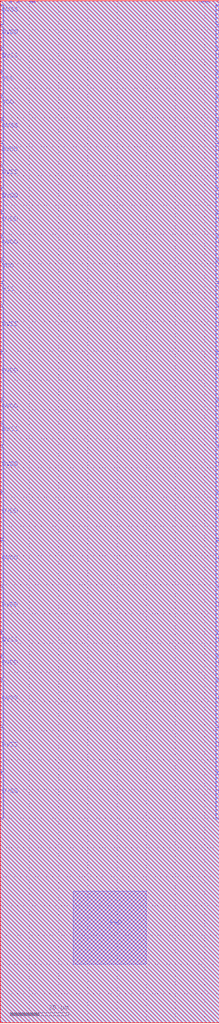
<source format=lef>
# Copyright 2022 GlobalFoundries PDK Authors
#
# Licensed under the Apache License, Version 2.0 (the "License");
# you may not use this file except in compliance with the License.
# You may obtain a copy of the License at
#
#     http://www.apache.org/licenses/LICENSE-2.0
#
# Unless required by applicable law or agreed to in writing, software
# distributed under the License is distributed on an "AS IS" BASIS,
# WITHOUT WARRANTIES OR CONDITIONS OF ANY KIND, either express or implied.
# See the License for the specific language governing permissions and
# limitations under the License.

MACRO gf180mcu_ocd_io__bi_24t
  CLASS PAD INOUT ;
  ORIGIN 0 0 ;
  FOREIGN gf180mcu_ocd_io__bi_24t 0 0 ;
  SIZE 75 BY 350 ;
  SYMMETRY X Y R90 ;
  SITE GF_IO_Site ;
    PIN PAD
        DIRECTION INOUT ;
        USE SIGNAL ;
        PORT
        LAYER Metal3  ;
        RECT 25.000 20.000 50.000 45.000 ;
        END
    END PAD
  PIN A
    DIRECTION INPUT ;
    USE SIGNAL ;
    ANTENNADIFFAREA 1 LAYER Metal2 ;
      ANTENNAGATEAREA 4.2 LAYER Metal2 ;
    PORT
        CLASS CORE ;
      LAYER Metal2 ;
        RECT 69.4 349.62 69.78 350 ;
    END
  END A
  PIN CS
    DIRECTION INPUT ;
    USE SIGNAL ;
    ANTENNADIFFAREA 1 LAYER Metal2 ;
      ANTENNAGATEAREA 3.15 LAYER Metal2 ;
    PORT
        CLASS CORE ;
      LAYER Metal2 ;
        RECT 3.36 349.62 3.74 350 ;
    END
  END CS
  PIN IE
    DIRECTION INPUT ;
    USE SIGNAL ;
    ANTENNADIFFAREA 1 LAYER Metal2 ;
      ANTENNAGATEAREA 3.15 LAYER Metal2 ;
    PORT
        CLASS CORE ;
      LAYER Metal2 ;
        RECT 11.385 349.62 11.765 350 ;
    END
  END IE
  PIN OE
    DIRECTION INPUT ;
    USE SIGNAL ;
    ANTENNADIFFAREA 7.776 LAYER Metal2 ;
      ANTENNAGATEAREA 16.8 LAYER Metal2 ;
    PORT
        CLASS CORE ;
      LAYER Metal2 ;
        RECT 70.13 349.62 70.51 350 ;
    END
  END OE
  PIN PD
    DIRECTION INPUT ;
    USE SIGNAL ;
    ANTENNADIFFAREA 1 LAYER Metal2 ;
      ANTENNAGATEAREA 10.5 LAYER Metal2 ;
    PORT
        CLASS CORE ;
      LAYER Metal2 ;
        RECT 10.33 349.62 10.71 350 ;
    END
  END PD
  PIN PU
    DIRECTION INPUT ;
    USE SIGNAL ;
    ANTENNADIFFAREA 2.98 LAYER Metal2 ;
      ANTENNAGATEAREA 7.35 LAYER Metal2 ;
    PORT
        CLASS CORE ;
      LAYER Metal2 ;
        RECT 5.965 349.62 6.345 350 ;
    END
  END PU
  PIN SL
    DIRECTION INPUT ;
    USE SIGNAL ;
    ANTENNADIFFAREA 1 LAYER Metal2 ;
      ANTENNAGATEAREA 3.15 LAYER Metal2 ;
    PORT
        CLASS CORE ;
      LAYER Metal2 ;
        RECT 68.67 349.62 69.05 350 ;
    END
  END SL
  PIN Y
    DIRECTION OUTPUT ;
    USE SIGNAL ;
    ANTENNADIFFAREA 7.8 LAYER Metal2 ;
    PORT
        CLASS CORE ;
      LAYER Metal2 ;
        RECT 70.86 349.62 71.24 350 ;
    END
  END Y
  PIN DVDD
    DIRECTION INOUT ;
    USE POWER ;
    PORT
      LAYER Metal3 ;
        RECT 74 118 75 125 ;
    END
    PORT
      LAYER Metal3 ;
        RECT 74 182 75 197 ;
    END
    PORT
      LAYER Metal3 ;
        RECT 74 166 75 181 ;
    END
    PORT
      LAYER Metal3 ;
        RECT 74 150 75 165 ;
    END
    PORT
      LAYER Metal3 ;
        RECT 74 134 75 149 ;
    END
    PORT
      LAYER Metal3 ;
        RECT 74 214 75 229 ;
    END
    PORT
      LAYER Metal3 ;
        RECT 74 206 75 213 ;
    END
    PORT
      LAYER Metal3 ;
        RECT 74 278 75 285 ;
    END
    PORT
      LAYER Metal3 ;
        RECT 74 270 75 277 ;
    END
    PORT
      LAYER Metal3 ;
        RECT 74 262 75 269 ;
    END
    PORT
      LAYER Metal3 ;
        RECT 74 294 75 301 ;
    END
    PORT
      LAYER Metal3 ;
        RECT 74 334 75 341 ;
    END
    PORT
      LAYER Metal3 ;
        RECT 0 334 1 341 ;
    END
    PORT
      LAYER Metal3 ;
        RECT 0 294 1 301 ;
    END
    PORT
      LAYER Metal3 ;
        RECT 0 262 1 269 ;
    END
    PORT
      LAYER Metal3 ;
        RECT 0 270 1 277 ;
    END
    PORT
      LAYER Metal3 ;
        RECT 0 278 1 285 ;
    END
    PORT
      LAYER Metal3 ;
        RECT 0 206 1 213 ;
    END
    PORT
      LAYER Metal3 ;
        RECT 0 214 1 229 ;
    END
    PORT
      LAYER Metal3 ;
        RECT 0 134 1 149 ;
    END
    PORT
      LAYER Metal3 ;
        RECT 0 150 1 165 ;
    END
    PORT
      LAYER Metal3 ;
        RECT 0 166 1 181 ;
    END
    PORT
      LAYER Metal3 ;
        RECT 0 182 1 197 ;
    END
    PORT
      LAYER Metal3 ;
        RECT 0 118 1 125 ;
    END
  END DVDD
  PIN DVSS
    DIRECTION INOUT ;
    USE GROUND ;
    PORT
      LAYER Metal3 ;
        RECT 74 102 75 117 ;
    END
    PORT
      LAYER Metal3 ;
        RECT 74 86 75 101 ;
    END
    PORT
      LAYER Metal3 ;
        RECT 74 70 75 85 ;
    END
    PORT
      LAYER Metal3 ;
        RECT 74 126 75 133 ;
    END
    PORT
      LAYER Metal3 ;
        RECT 74 198 75 205 ;
    END
    PORT
      LAYER Metal3 ;
        RECT 74 230 75 245 ;
    END
    PORT
      LAYER Metal3 ;
        RECT 74 286 75 293 ;
    END
    PORT
      LAYER Metal3 ;
        RECT 74 302 75 309 ;
    END
    PORT
      LAYER Metal3 ;
        RECT 74 326 75 333 ;
    END
    PORT
      LAYER Metal3 ;
        RECT 74 342 75 348.39 ;
    END
    PORT
      LAYER Metal3 ;
        RECT 0 342 1 348.39 ;
    END
    PORT
      LAYER Metal3 ;
        RECT 0 326 1 333 ;
    END
    PORT
      LAYER Metal3 ;
        RECT 0 302 1 309 ;
    END
    PORT
      LAYER Metal3 ;
        RECT 0 286 1 293 ;
    END
    PORT
      LAYER Metal3 ;
        RECT 0 230 1 245 ;
    END
    PORT
      LAYER Metal3 ;
        RECT 0 198 1 205 ;
    END
    PORT
      LAYER Metal3 ;
        RECT 0 126 1 133 ;
    END
    PORT
      LAYER Metal3 ;
        RECT 0 70 1 85 ;
    END
    PORT
      LAYER Metal3 ;
        RECT 0 86 1 101 ;
    END
    PORT
      LAYER Metal3 ;
        RECT 0 102 1 117 ;
    END
  END DVSS
  PIN VDD
    DIRECTION INOUT ;
    USE POWER ;
    PORT
      LAYER Metal3 ;
        RECT 74 254 75 261 ;
    END
    PORT
      LAYER Metal3 ;
        RECT 74 310 75 317 ;
    END
    PORT
      LAYER Metal3 ;
        RECT 0 310 1 317 ;
    END
    PORT
      LAYER Metal3 ;
        RECT 0 254 1 261 ;
    END
  END VDD
  PIN VSS
    DIRECTION INOUT ;
    USE GROUND ;
    PORT
      LAYER Metal3 ;
        RECT 74 246 75 253 ;
    END
    PORT
      LAYER Metal3 ;
        RECT 74 318 75 325 ;
    END
    PORT
      LAYER Metal3 ;
        RECT 0 318 1 325 ;
    END
    PORT
      LAYER Metal3 ;
        RECT 0 246 1 253 ;
    END
  END VSS
  OBS
    LAYER Metal1 ;
      RECT 0 0 75 350 ;
    LAYER Metal2 ;
      POLYGON 75 350 71.52 350 71.52 349.34 68.39 349.34 68.39 350 12.045 350 12.045 349.34 11.105 349.34 11.105 350 10.99 350 10.99 349.34 10.05 349.34 10.05 350 6.625 350 6.625 349.34 5.685 349.34 5.685 350 4.02 350 4.02 349.34 3.08 349.34 3.08 350 0 350 0 0 75 0 ;
    LAYER Metal3 ;
      POLYGON 75 69.72 73.72 69.72 73.72 85.28 75 85.28 75 85.72 73.72 85.72 73.72 101.28 75 101.28 75 101.72 73.72 101.72 73.72 117.28 75 117.28 75 117.72 73.72 117.72 73.72 125.28 75 125.28 75 125.72 73.72 125.72 73.72 133.28 75 133.28 75 133.72 73.72 133.72 73.72 149.28 75 149.28 75 149.72 73.72 149.72 73.72 165.28 75 165.28 75 165.72 73.72 165.72 73.72 181.28 75 181.28 75 181.72 73.72 181.72 73.72 197.28 75 197.28 75 197.72 73.72 197.72 73.72 205.28 75 205.28 75 205.72 73.72 205.72 73.72 213.28 75 213.28 75 213.72 73.72 213.72 73.72 229.28 75 229.28 75 229.72 73.72 229.72 73.72 245.28 75 245.28 75 245.72 73.72 245.72 73.72 253.28 75 253.28 75 253.72 73.72 253.72 73.72 261.28 75 261.28 75 261.72 73.72 261.72 73.72 269.28 75 269.28 75 269.72 73.72 269.72 73.72 277.28 75 277.28 75 277.72 73.72 277.72 73.72 285.28 75 285.28 75 285.72 73.72 285.72 73.72 293.28 75 293.28 75 293.72 73.72 293.72 73.72 301.28 75 301.28 75 301.72 73.72 301.72 73.72 309.28 75 309.28 75 309.72 73.72 309.72 73.72 317.28 75 317.28 75 317.72 73.72 317.72 73.72 325.28 75 325.28 75 325.72 73.72 325.72 73.72 333.28 75 333.28 75 333.72 73.72 333.72 73.72 341.28 75 341.28 75 341.72 73.72 341.72 73.72 348.67 75 348.67 75 350 0 350 0 348.67 1.28 348.67 1.28 341.72 0 341.72 0 341.28 1.28 341.28 1.28 333.72 0 333.72 0 333.28 1.28 333.28 1.28 325.72 0 325.72 0 325.28 1.28 325.28 1.28 317.72 0 317.72 0 317.28 1.28 317.28 1.28 309.72 0 309.72 0 309.28 1.28 309.28 1.28 301.72 0 301.72 0 301.28 1.28 301.28 1.28 293.72 0 293.72 0 293.28 1.28 293.28 1.28 285.72 0 285.72 0 285.28 1.28 285.28 1.28 277.72 0 277.72 0 277.28 1.28 277.28 1.28 269.72 0 269.72 0 269.28 1.28 269.28 1.28 261.72 0 261.72 0 261.28 1.28 261.28 1.28 253.72 0 253.72 0 253.28 1.28 253.28 1.28 245.72 0 245.72 0 245.28 1.28 245.28 1.28 229.72 0 229.72 0 229.28 1.28 229.28 1.28 213.72 0 213.72 0 213.28 1.28 213.28 1.28 205.72 0 205.72 0 205.28 1.28 205.28 1.28 197.72 0 197.72 0 197.28 1.28 197.28 1.28 181.72 0 181.72 0 181.28 1.28 181.28 1.28 165.72 0 165.72 0 165.28 1.28 165.28 1.28 149.72 0 149.72 0 149.28 1.28 149.28 1.28 133.72 0 133.72 0 133.28 1.28 133.28 1.28 125.72 0 125.72 0 125.28 1.28 125.28 1.28 117.72 0 117.72 0 117.28 1.28 117.28 1.28 101.72 0 101.72 0 101.28 1.28 101.28 1.28 85.72 0 85.72 0 85.28 1.28 85.28 1.28 69.72 0 69.72 0 0 75 0 ;
    LAYER Via1 ;
      RECT 0 0 75 350 ;
    LAYER Via2 ;
      RECT 0 0 75 350 ;
  END

END gf180mcu_ocd_io__bi_24t

</source>
